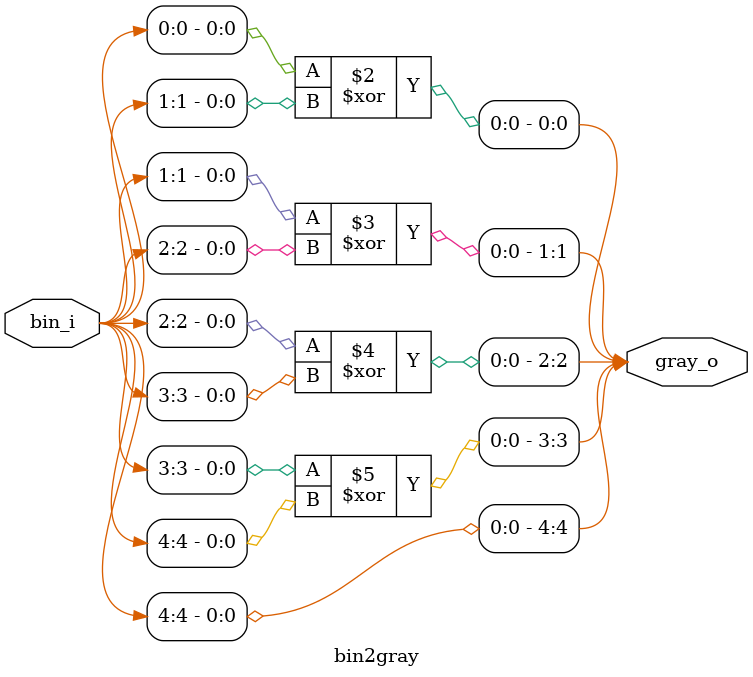
<source format=sv>
module bin2gray
  #(parameter width_p = 5)
  (input [width_p - 1 : 0] bin_i
  ,output [width_p - 1 : 0] gray_o);

   // Your code here
  assign gray_o[width_p-1] = bin_i[width_p-1];
  for (genvar i = 0; i < width_p-1; i++)
   begin : grayloop
    assign gray_o[i] = (bin_i[i] ^ bin_i[i+1]);
   end

endmodule

</source>
